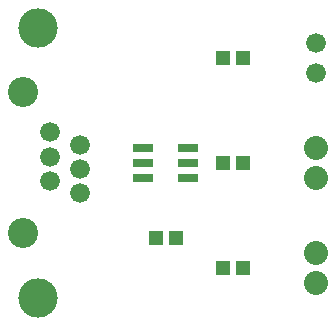
<source format=gts>
G75*
%MOIN*%
%OFA0B0*%
%FSLAX24Y24*%
%IPPOS*%
%LPD*%
%AMOC8*
5,1,8,0,0,1.08239X$1,22.5*
%
%ADD10C,0.1310*%
%ADD11C,0.1005*%
%ADD12C,0.0660*%
%ADD13R,0.0660X0.0290*%
%ADD14R,0.0493X0.0454*%
%ADD15C,0.0800*%
D10*
X003012Y001600D03*
X003012Y010600D03*
D11*
X002512Y008462D03*
X002512Y003738D03*
D12*
X004418Y005096D03*
X004418Y005899D03*
X004418Y006702D03*
X003418Y006301D03*
X003418Y005498D03*
X003418Y007104D03*
X012262Y009100D03*
X012262Y010100D03*
D13*
X008012Y006600D03*
X008012Y006100D03*
X008012Y005600D03*
X006512Y005600D03*
X006512Y006100D03*
X006512Y006600D03*
D14*
X009178Y006100D03*
X009847Y006100D03*
X007597Y003600D03*
X006928Y003600D03*
X009178Y002600D03*
X009847Y002600D03*
X009847Y009600D03*
X009178Y009600D03*
D15*
X012262Y006600D03*
X012262Y005600D03*
X012262Y003100D03*
X012262Y002100D03*
M02*

</source>
